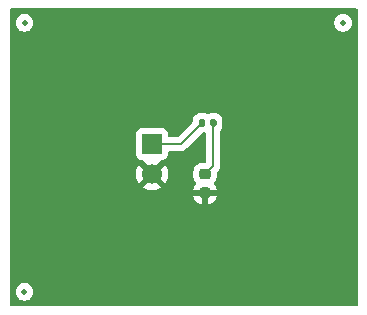
<source format=gtl>
G04 #@! TF.GenerationSoftware,KiCad,Pcbnew,9.0.1+1*
G04 #@! TF.CreationDate,2025-11-07T12:42:57+00:00*
G04 #@! TF.ProjectId,intergalaktik,696e7465-7267-4616-9c61-6b74696b2e6b,v1.0*
G04 #@! TF.SameCoordinates,Original*
G04 #@! TF.FileFunction,Copper,L1,Top*
G04 #@! TF.FilePolarity,Positive*
%FSLAX46Y46*%
G04 Gerber Fmt 4.6, Leading zero omitted, Abs format (unit mm)*
G04 Created by KiCad (PCBNEW 9.0.1+1) date 2025-11-07 12:42:57*
%MOMM*%
%LPD*%
G01*
G04 APERTURE LIST*
G04 #@! TA.AperFunction,ComponentPad*
%ADD10C,6.000000*%
G04 #@! TD*
G04 #@! TA.AperFunction,SMDPad,CuDef*
%ADD11C,0.500000*%
G04 #@! TD*
G04 #@! TA.AperFunction,ComponentPad*
%ADD12R,1.700000X1.700000*%
G04 #@! TD*
G04 #@! TA.AperFunction,ComponentPad*
%ADD13C,1.700000*%
G04 #@! TD*
G04 #@! TA.AperFunction,Conductor*
%ADD14C,0.200000*%
G04 #@! TD*
G04 APERTURE END LIST*
D10*
X125060000Y-124290000D03*
G04 #@! TA.AperFunction,SMDPad,CuDef*
G36*
G01*
X137466250Y-119437500D02*
X136953750Y-119437500D01*
G75*
G02*
X136735000Y-119218750I0J218750D01*
G01*
X136735000Y-118781250D01*
G75*
G02*
X136953750Y-118562500I218750J0D01*
G01*
X137466250Y-118562500D01*
G75*
G02*
X137685000Y-118781250I0J-218750D01*
G01*
X137685000Y-119218750D01*
G75*
G02*
X137466250Y-119437500I-218750J0D01*
G01*
G37*
G04 #@! TD.AperFunction*
G04 #@! TA.AperFunction,SMDPad,CuDef*
G36*
G01*
X137466250Y-117862500D02*
X136953750Y-117862500D01*
G75*
G02*
X136735000Y-117643750I0J218750D01*
G01*
X136735000Y-117206250D01*
G75*
G02*
X136953750Y-116987500I218750J0D01*
G01*
X137466250Y-116987500D01*
G75*
G02*
X137685000Y-117206250I0J-218750D01*
G01*
X137685000Y-117643750D01*
G75*
G02*
X137466250Y-117862500I-218750J0D01*
G01*
G37*
G04 #@! TD.AperFunction*
D11*
X148900000Y-104620000D03*
D12*
X132720000Y-114890000D03*
D13*
X132720000Y-117430000D03*
D10*
X145680000Y-107850000D03*
G04 #@! TA.AperFunction,SMDPad,CuDef*
G36*
G01*
X136670000Y-113265000D02*
X136670000Y-112925000D01*
G75*
G02*
X136810000Y-112785000I140000J0D01*
G01*
X137090000Y-112785000D01*
G75*
G02*
X137230000Y-112925000I0J-140000D01*
G01*
X137230000Y-113265000D01*
G75*
G02*
X137090000Y-113405000I-140000J0D01*
G01*
X136810000Y-113405000D01*
G75*
G02*
X136670000Y-113265000I0J140000D01*
G01*
G37*
G04 #@! TD.AperFunction*
G04 #@! TA.AperFunction,SMDPad,CuDef*
G36*
G01*
X137630000Y-113265000D02*
X137630000Y-112925000D01*
G75*
G02*
X137770000Y-112785000I140000J0D01*
G01*
X138050000Y-112785000D01*
G75*
G02*
X138190000Y-112925000I0J-140000D01*
G01*
X138190000Y-113265000D01*
G75*
G02*
X138050000Y-113405000I-140000J0D01*
G01*
X137770000Y-113405000D01*
G75*
G02*
X137630000Y-113265000I0J140000D01*
G01*
G37*
G04 #@! TD.AperFunction*
D11*
X121930000Y-104620000D03*
X121920000Y-127400000D03*
D10*
X145920000Y-124310000D03*
X125110000Y-107800000D03*
D14*
X137910000Y-116725000D02*
X137210000Y-117425000D01*
X137910000Y-113095000D02*
X137910000Y-116725000D01*
X134290000Y-119000000D02*
X132720000Y-117430000D01*
X137210000Y-119000000D02*
X134290000Y-119000000D01*
X132720000Y-114890000D02*
X135155000Y-114890000D01*
X135155000Y-114890000D02*
X136950000Y-113095000D01*
G04 #@! TA.AperFunction,Conductor*
G36*
X150077539Y-103415185D02*
G01*
X150123294Y-103467989D01*
X150134500Y-103519500D01*
X150134500Y-128500500D01*
X150114815Y-128567539D01*
X150062011Y-128613294D01*
X150010500Y-128624500D01*
X120819500Y-128624500D01*
X120752461Y-128604815D01*
X120706706Y-128552011D01*
X120695500Y-128500500D01*
X120695500Y-127473920D01*
X121169499Y-127473920D01*
X121198340Y-127618907D01*
X121198343Y-127618917D01*
X121254912Y-127755488D01*
X121254919Y-127755501D01*
X121337048Y-127878415D01*
X121337051Y-127878419D01*
X121441580Y-127982948D01*
X121441584Y-127982951D01*
X121564498Y-128065080D01*
X121564511Y-128065087D01*
X121701082Y-128121656D01*
X121701087Y-128121658D01*
X121701091Y-128121658D01*
X121701092Y-128121659D01*
X121846079Y-128150500D01*
X121846082Y-128150500D01*
X121993920Y-128150500D01*
X122091462Y-128131096D01*
X122138913Y-128121658D01*
X122275495Y-128065084D01*
X122398416Y-127982951D01*
X122502951Y-127878416D01*
X122585084Y-127755495D01*
X122641658Y-127618913D01*
X122670500Y-127473918D01*
X122670500Y-127326082D01*
X122670500Y-127326079D01*
X122641659Y-127181092D01*
X122641658Y-127181091D01*
X122641658Y-127181087D01*
X122641656Y-127181082D01*
X122585087Y-127044511D01*
X122585080Y-127044498D01*
X122502951Y-126921584D01*
X122502948Y-126921580D01*
X122398419Y-126817051D01*
X122398415Y-126817048D01*
X122275501Y-126734919D01*
X122275488Y-126734912D01*
X122138917Y-126678343D01*
X122138907Y-126678340D01*
X121993920Y-126649500D01*
X121993918Y-126649500D01*
X121846082Y-126649500D01*
X121846080Y-126649500D01*
X121701092Y-126678340D01*
X121701082Y-126678343D01*
X121564511Y-126734912D01*
X121564498Y-126734919D01*
X121441584Y-126817048D01*
X121441580Y-126817051D01*
X121337051Y-126921580D01*
X121337048Y-126921584D01*
X121254919Y-127044498D01*
X121254912Y-127044511D01*
X121198343Y-127181082D01*
X121198340Y-127181092D01*
X121169500Y-127326079D01*
X121169500Y-127326082D01*
X121169500Y-127473918D01*
X121169500Y-127473920D01*
X121169499Y-127473920D01*
X120695500Y-127473920D01*
X120695500Y-119266652D01*
X136235001Y-119266652D01*
X136245056Y-119365083D01*
X136297906Y-119524572D01*
X136297908Y-119524577D01*
X136386114Y-119667580D01*
X136504919Y-119786385D01*
X136647922Y-119874591D01*
X136647927Y-119874593D01*
X136807416Y-119927442D01*
X136905855Y-119937499D01*
X137460000Y-119937499D01*
X137514136Y-119937499D01*
X137514152Y-119937498D01*
X137612583Y-119927443D01*
X137772072Y-119874593D01*
X137772077Y-119874591D01*
X137915080Y-119786385D01*
X138033885Y-119667580D01*
X138122091Y-119524577D01*
X138122093Y-119524572D01*
X138174942Y-119365083D01*
X138184999Y-119266650D01*
X138185000Y-119266637D01*
X138185000Y-119250000D01*
X137460000Y-119250000D01*
X137460000Y-119937499D01*
X136905855Y-119937499D01*
X136959999Y-119937498D01*
X136960000Y-119937498D01*
X136960000Y-119250000D01*
X136235001Y-119250000D01*
X136235001Y-119266652D01*
X120695500Y-119266652D01*
X120695500Y-113992135D01*
X131369500Y-113992135D01*
X131369500Y-115787870D01*
X131369501Y-115787876D01*
X131375908Y-115847483D01*
X131426202Y-115982328D01*
X131426206Y-115982335D01*
X131512452Y-116097544D01*
X131512455Y-116097547D01*
X131627664Y-116183793D01*
X131627671Y-116183797D01*
X131672618Y-116200561D01*
X131762517Y-116234091D01*
X131822127Y-116240500D01*
X131832685Y-116240499D01*
X131899723Y-116260179D01*
X131920372Y-116276818D01*
X132590591Y-116947037D01*
X132527007Y-116964075D01*
X132412993Y-117029901D01*
X132319901Y-117122993D01*
X132254075Y-117237007D01*
X132237037Y-117300591D01*
X131604728Y-116668282D01*
X131604727Y-116668282D01*
X131565380Y-116722439D01*
X131468904Y-116911782D01*
X131403242Y-117113869D01*
X131403242Y-117113872D01*
X131370000Y-117323753D01*
X131370000Y-117536246D01*
X131403242Y-117746127D01*
X131403242Y-117746130D01*
X131468904Y-117948217D01*
X131565375Y-118137550D01*
X131604728Y-118191716D01*
X132237037Y-117559408D01*
X132254075Y-117622993D01*
X132319901Y-117737007D01*
X132412993Y-117830099D01*
X132527007Y-117895925D01*
X132590590Y-117912962D01*
X131958282Y-118545269D01*
X131958282Y-118545270D01*
X132012449Y-118584624D01*
X132201782Y-118681095D01*
X132403870Y-118746757D01*
X132613754Y-118780000D01*
X132826246Y-118780000D01*
X133036127Y-118746757D01*
X133036130Y-118746757D01*
X133238217Y-118681095D01*
X133427554Y-118584622D01*
X133481716Y-118545270D01*
X133481717Y-118545270D01*
X132849408Y-117912962D01*
X132912993Y-117895925D01*
X133027007Y-117830099D01*
X133120099Y-117737007D01*
X133185925Y-117622993D01*
X133202962Y-117559408D01*
X133835270Y-118191717D01*
X133835270Y-118191716D01*
X133874622Y-118137554D01*
X133971095Y-117948217D01*
X134036757Y-117746130D01*
X134036757Y-117746127D01*
X134070000Y-117536246D01*
X134070000Y-117323753D01*
X134036757Y-117113872D01*
X134036757Y-117113869D01*
X133971095Y-116911782D01*
X133874624Y-116722449D01*
X133835270Y-116668282D01*
X133835269Y-116668282D01*
X133202962Y-117300590D01*
X133185925Y-117237007D01*
X133120099Y-117122993D01*
X133027007Y-117029901D01*
X132912993Y-116964075D01*
X132849409Y-116947037D01*
X133519627Y-116276818D01*
X133580950Y-116243333D01*
X133607307Y-116240499D01*
X133617872Y-116240499D01*
X133677483Y-116234091D01*
X133812331Y-116183796D01*
X133927546Y-116097546D01*
X134013796Y-115982331D01*
X134064091Y-115847483D01*
X134070500Y-115787873D01*
X134070500Y-115614500D01*
X134090185Y-115547461D01*
X134142989Y-115501706D01*
X134194500Y-115490500D01*
X135068331Y-115490500D01*
X135068347Y-115490501D01*
X135075943Y-115490501D01*
X135234054Y-115490501D01*
X135234057Y-115490501D01*
X135386785Y-115449577D01*
X135436904Y-115420639D01*
X135523716Y-115370520D01*
X135635520Y-115258716D01*
X135635520Y-115258714D01*
X135645728Y-115248507D01*
X135645729Y-115248504D01*
X136952416Y-113941819D01*
X136978609Y-113927516D01*
X137003495Y-113911025D01*
X137010841Y-113909916D01*
X137013739Y-113908334D01*
X137038356Y-113905512D01*
X137039210Y-113905500D01*
X137154690Y-113905500D01*
X137179773Y-113903525D01*
X137183759Y-113903470D01*
X137213718Y-113911811D01*
X137244145Y-113918202D01*
X137247087Y-113921102D01*
X137251068Y-113922211D01*
X137271758Y-113945422D01*
X137293903Y-113967252D01*
X137295003Y-113971499D01*
X137297560Y-113974368D01*
X137300402Y-113992338D01*
X137309500Y-114027458D01*
X137309500Y-116363000D01*
X137289815Y-116430039D01*
X137237011Y-116475794D01*
X137185500Y-116487000D01*
X136905818Y-116487000D01*
X136807316Y-116497063D01*
X136807315Y-116497064D01*
X136728219Y-116523273D01*
X136647715Y-116549950D01*
X136647704Y-116549955D01*
X136504612Y-116638216D01*
X136504608Y-116638219D01*
X136385719Y-116757108D01*
X136385716Y-116757112D01*
X136297455Y-116900204D01*
X136297450Y-116900215D01*
X136278705Y-116956784D01*
X136244564Y-117059815D01*
X136244564Y-117059816D01*
X136244563Y-117059816D01*
X136234500Y-117158318D01*
X136234500Y-117691681D01*
X136244563Y-117790183D01*
X136297450Y-117949784D01*
X136297455Y-117949795D01*
X136385716Y-118092887D01*
X136385719Y-118092892D01*
X136418000Y-118125173D01*
X136451485Y-118186497D01*
X136446499Y-118256188D01*
X136418000Y-118300533D01*
X136386114Y-118332419D01*
X136297908Y-118475422D01*
X136297906Y-118475427D01*
X136245057Y-118634916D01*
X136235000Y-118733349D01*
X136235000Y-118750000D01*
X138184999Y-118750000D01*
X138184999Y-118733364D01*
X138184998Y-118733347D01*
X138174943Y-118634916D01*
X138122093Y-118475427D01*
X138122091Y-118475422D01*
X138033885Y-118332419D01*
X138002000Y-118300534D01*
X137968515Y-118239211D01*
X137973499Y-118169519D01*
X138002000Y-118125172D01*
X138034281Y-118092891D01*
X138122549Y-117949787D01*
X138175436Y-117790185D01*
X138185500Y-117691674D01*
X138185500Y-117350097D01*
X138194143Y-117320660D01*
X138200667Y-117290671D01*
X138204422Y-117285654D01*
X138205185Y-117283058D01*
X138221818Y-117262417D01*
X138268503Y-117215731D01*
X138268508Y-117215727D01*
X138278714Y-117205520D01*
X138278716Y-117205520D01*
X138390520Y-117093716D01*
X138469577Y-116956784D01*
X138510500Y-116804057D01*
X138510500Y-113761666D01*
X138530185Y-113694627D01*
X138546816Y-113673987D01*
X138560117Y-113660687D01*
X138642494Y-113521395D01*
X138687643Y-113365993D01*
X138690500Y-113329690D01*
X138690500Y-112860310D01*
X138687643Y-112824007D01*
X138642494Y-112668605D01*
X138560117Y-112529313D01*
X138560115Y-112529311D01*
X138560112Y-112529307D01*
X138445692Y-112414887D01*
X138445684Y-112414881D01*
X138355930Y-112361801D01*
X138306395Y-112332506D01*
X138306394Y-112332505D01*
X138306393Y-112332505D01*
X138306390Y-112332504D01*
X138150997Y-112287357D01*
X138150991Y-112287356D01*
X138114697Y-112284500D01*
X138114690Y-112284500D01*
X137705310Y-112284500D01*
X137705302Y-112284500D01*
X137669008Y-112287356D01*
X137669002Y-112287357D01*
X137513608Y-112332504D01*
X137513602Y-112332506D01*
X137493120Y-112344620D01*
X137425396Y-112361801D01*
X137366880Y-112344620D01*
X137346397Y-112332506D01*
X137346391Y-112332504D01*
X137190997Y-112287357D01*
X137190991Y-112287356D01*
X137154697Y-112284500D01*
X137154690Y-112284500D01*
X136745310Y-112284500D01*
X136745302Y-112284500D01*
X136709008Y-112287356D01*
X136709002Y-112287357D01*
X136553609Y-112332504D01*
X136553606Y-112332505D01*
X136414315Y-112414881D01*
X136414307Y-112414887D01*
X136299887Y-112529307D01*
X136299881Y-112529315D01*
X136217505Y-112668606D01*
X136217504Y-112668609D01*
X136172357Y-112824002D01*
X136172356Y-112824008D01*
X136169500Y-112860302D01*
X136169500Y-112974903D01*
X136149815Y-113041942D01*
X136133181Y-113062584D01*
X134942584Y-114253181D01*
X134881261Y-114286666D01*
X134854903Y-114289500D01*
X134194499Y-114289500D01*
X134127460Y-114269815D01*
X134081705Y-114217011D01*
X134070499Y-114165500D01*
X134070499Y-113992129D01*
X134070498Y-113992123D01*
X134070497Y-113992116D01*
X134064091Y-113932517D01*
X134059833Y-113921102D01*
X134013797Y-113797671D01*
X134013793Y-113797664D01*
X133927547Y-113682455D01*
X133927544Y-113682452D01*
X133812335Y-113596206D01*
X133812328Y-113596202D01*
X133677482Y-113545908D01*
X133677483Y-113545908D01*
X133617883Y-113539501D01*
X133617881Y-113539500D01*
X133617873Y-113539500D01*
X133617864Y-113539500D01*
X131822129Y-113539500D01*
X131822123Y-113539501D01*
X131762516Y-113545908D01*
X131627671Y-113596202D01*
X131627664Y-113596206D01*
X131512455Y-113682452D01*
X131512452Y-113682455D01*
X131426206Y-113797664D01*
X131426202Y-113797671D01*
X131375908Y-113932517D01*
X131371409Y-113974368D01*
X131369501Y-113992123D01*
X131369500Y-113992135D01*
X120695500Y-113992135D01*
X120695500Y-104693920D01*
X121179499Y-104693920D01*
X121208340Y-104838907D01*
X121208343Y-104838917D01*
X121264912Y-104975488D01*
X121264919Y-104975501D01*
X121347048Y-105098415D01*
X121347051Y-105098419D01*
X121451580Y-105202948D01*
X121451584Y-105202951D01*
X121574498Y-105285080D01*
X121574511Y-105285087D01*
X121711082Y-105341656D01*
X121711087Y-105341658D01*
X121711091Y-105341658D01*
X121711092Y-105341659D01*
X121856079Y-105370500D01*
X121856082Y-105370500D01*
X122003920Y-105370500D01*
X122101462Y-105351096D01*
X122148913Y-105341658D01*
X122285495Y-105285084D01*
X122408416Y-105202951D01*
X122512951Y-105098416D01*
X122595084Y-104975495D01*
X122651658Y-104838913D01*
X122680500Y-104693920D01*
X148149499Y-104693920D01*
X148178340Y-104838907D01*
X148178343Y-104838917D01*
X148234912Y-104975488D01*
X148234919Y-104975501D01*
X148317048Y-105098415D01*
X148317051Y-105098419D01*
X148421580Y-105202948D01*
X148421584Y-105202951D01*
X148544498Y-105285080D01*
X148544511Y-105285087D01*
X148681082Y-105341656D01*
X148681087Y-105341658D01*
X148681091Y-105341658D01*
X148681092Y-105341659D01*
X148826079Y-105370500D01*
X148826082Y-105370500D01*
X148973920Y-105370500D01*
X149071462Y-105351096D01*
X149118913Y-105341658D01*
X149255495Y-105285084D01*
X149378416Y-105202951D01*
X149482951Y-105098416D01*
X149565084Y-104975495D01*
X149621658Y-104838913D01*
X149650500Y-104693918D01*
X149650500Y-104546082D01*
X149650500Y-104546079D01*
X149621659Y-104401092D01*
X149621658Y-104401091D01*
X149621658Y-104401087D01*
X149621656Y-104401082D01*
X149565087Y-104264511D01*
X149565080Y-104264498D01*
X149482951Y-104141584D01*
X149482948Y-104141580D01*
X149378419Y-104037051D01*
X149378415Y-104037048D01*
X149255501Y-103954919D01*
X149255488Y-103954912D01*
X149118917Y-103898343D01*
X149118907Y-103898340D01*
X148973920Y-103869500D01*
X148973918Y-103869500D01*
X148826082Y-103869500D01*
X148826080Y-103869500D01*
X148681092Y-103898340D01*
X148681082Y-103898343D01*
X148544511Y-103954912D01*
X148544498Y-103954919D01*
X148421584Y-104037048D01*
X148421580Y-104037051D01*
X148317051Y-104141580D01*
X148317048Y-104141584D01*
X148234919Y-104264498D01*
X148234912Y-104264511D01*
X148178343Y-104401082D01*
X148178340Y-104401092D01*
X148149500Y-104546079D01*
X148149500Y-104546082D01*
X148149500Y-104693918D01*
X148149500Y-104693920D01*
X148149499Y-104693920D01*
X122680500Y-104693920D01*
X122680500Y-104693918D01*
X122680500Y-104546082D01*
X122680500Y-104546079D01*
X122651659Y-104401092D01*
X122651658Y-104401091D01*
X122651658Y-104401087D01*
X122651656Y-104401082D01*
X122595087Y-104264511D01*
X122595080Y-104264498D01*
X122512951Y-104141584D01*
X122512948Y-104141580D01*
X122408419Y-104037051D01*
X122408415Y-104037048D01*
X122285501Y-103954919D01*
X122285488Y-103954912D01*
X122148917Y-103898343D01*
X122148907Y-103898340D01*
X122003920Y-103869500D01*
X122003918Y-103869500D01*
X121856082Y-103869500D01*
X121856080Y-103869500D01*
X121711092Y-103898340D01*
X121711082Y-103898343D01*
X121574511Y-103954912D01*
X121574498Y-103954919D01*
X121451584Y-104037048D01*
X121451580Y-104037051D01*
X121347051Y-104141580D01*
X121347048Y-104141584D01*
X121264919Y-104264498D01*
X121264912Y-104264511D01*
X121208343Y-104401082D01*
X121208340Y-104401092D01*
X121179500Y-104546079D01*
X121179500Y-104546082D01*
X121179500Y-104693918D01*
X121179500Y-104693920D01*
X121179499Y-104693920D01*
X120695500Y-104693920D01*
X120695500Y-103519500D01*
X120715185Y-103452461D01*
X120767989Y-103406706D01*
X120819500Y-103395500D01*
X150010500Y-103395500D01*
X150077539Y-103415185D01*
G37*
G04 #@! TD.AperFunction*
M02*

</source>
